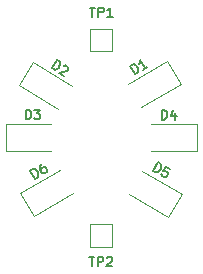
<source format=gbr>
%TF.GenerationSoftware,KiCad,Pcbnew,(7.0.0)*%
%TF.CreationDate,2023-08-06T15:33:45+09:30*%
%TF.ProjectId,ring_mono,72696e67-5f6d-46f6-9e6f-2e6b69636164,rev?*%
%TF.SameCoordinates,Original*%
%TF.FileFunction,Legend,Top*%
%TF.FilePolarity,Positive*%
%FSLAX46Y46*%
G04 Gerber Fmt 4.6, Leading zero omitted, Abs format (unit mm)*
G04 Created by KiCad (PCBNEW (7.0.0)) date 2023-08-06 15:33:45*
%MOMM*%
%LPD*%
G01*
G04 APERTURE LIST*
%ADD10C,0.200000*%
%ADD11C,0.120000*%
G04 APERTURE END LIST*
D10*
%TO.C,TP2*%
X135871076Y-93016704D02*
X136328219Y-93016704D01*
X136099647Y-93816704D02*
X136099647Y-93016704D01*
X136594886Y-93816704D02*
X136594886Y-93016704D01*
X136594886Y-93016704D02*
X136899648Y-93016704D01*
X136899648Y-93016704D02*
X136975838Y-93054800D01*
X136975838Y-93054800D02*
X137013933Y-93092895D01*
X137013933Y-93092895D02*
X137052029Y-93169085D01*
X137052029Y-93169085D02*
X137052029Y-93283371D01*
X137052029Y-93283371D02*
X137013933Y-93359561D01*
X137013933Y-93359561D02*
X136975838Y-93397657D01*
X136975838Y-93397657D02*
X136899648Y-93435752D01*
X136899648Y-93435752D02*
X136594886Y-93435752D01*
X137356790Y-93092895D02*
X137394886Y-93054800D01*
X137394886Y-93054800D02*
X137471076Y-93016704D01*
X137471076Y-93016704D02*
X137661552Y-93016704D01*
X137661552Y-93016704D02*
X137737743Y-93054800D01*
X137737743Y-93054800D02*
X137775838Y-93092895D01*
X137775838Y-93092895D02*
X137813933Y-93169085D01*
X137813933Y-93169085D02*
X137813933Y-93245276D01*
X137813933Y-93245276D02*
X137775838Y-93359561D01*
X137775838Y-93359561D02*
X137318695Y-93816704D01*
X137318695Y-93816704D02*
X137813933Y-93816704D01*
%TO.C,TP1*%
X135921876Y-71909304D02*
X136379019Y-71909304D01*
X136150447Y-72709304D02*
X136150447Y-71909304D01*
X136645686Y-72709304D02*
X136645686Y-71909304D01*
X136645686Y-71909304D02*
X136950448Y-71909304D01*
X136950448Y-71909304D02*
X137026638Y-71947400D01*
X137026638Y-71947400D02*
X137064733Y-71985495D01*
X137064733Y-71985495D02*
X137102829Y-72061685D01*
X137102829Y-72061685D02*
X137102829Y-72175971D01*
X137102829Y-72175971D02*
X137064733Y-72252161D01*
X137064733Y-72252161D02*
X137026638Y-72290257D01*
X137026638Y-72290257D02*
X136950448Y-72328352D01*
X136950448Y-72328352D02*
X136645686Y-72328352D01*
X137864733Y-72709304D02*
X137407590Y-72709304D01*
X137636162Y-72709304D02*
X137636162Y-71909304D01*
X137636162Y-71909304D02*
X137559971Y-72023590D01*
X137559971Y-72023590D02*
X137483781Y-72099780D01*
X137483781Y-72099780D02*
X137407590Y-72137876D01*
%TO.C,D6*%
X131313585Y-86400400D02*
X130913585Y-85707580D01*
X130913585Y-85707580D02*
X131078542Y-85612342D01*
X131078542Y-85612342D02*
X131196564Y-85588191D01*
X131196564Y-85588191D02*
X131300642Y-85616078D01*
X131300642Y-85616078D02*
X131371729Y-85663013D01*
X131371729Y-85663013D02*
X131480911Y-85775932D01*
X131480911Y-85775932D02*
X131538054Y-85874906D01*
X131538054Y-85874906D02*
X131581253Y-86025919D01*
X131581253Y-86025919D02*
X131586356Y-86110950D01*
X131586356Y-86110950D02*
X131558469Y-86215028D01*
X131558469Y-86215028D02*
X131478542Y-86305162D01*
X131478542Y-86305162D02*
X131313585Y-86400400D01*
X131903328Y-85136152D02*
X131771362Y-85212342D01*
X131771362Y-85212342D02*
X131724427Y-85283429D01*
X131724427Y-85283429D02*
X131710483Y-85335468D01*
X131710483Y-85335468D02*
X131701643Y-85472537D01*
X131701643Y-85472537D02*
X131744842Y-85623551D01*
X131744842Y-85623551D02*
X131897223Y-85887482D01*
X131897223Y-85887482D02*
X131968310Y-85934418D01*
X131968310Y-85934418D02*
X132020349Y-85948361D01*
X132020349Y-85948361D02*
X132105379Y-85943258D01*
X132105379Y-85943258D02*
X132237345Y-85867067D01*
X132237345Y-85867067D02*
X132284281Y-85795980D01*
X132284281Y-85795980D02*
X132298224Y-85743941D01*
X132298224Y-85743941D02*
X132293121Y-85658911D01*
X132293121Y-85658911D02*
X132197882Y-85493954D01*
X132197882Y-85493954D02*
X132126796Y-85447018D01*
X132126796Y-85447018D02*
X132074757Y-85433074D01*
X132074757Y-85433074D02*
X131989726Y-85438178D01*
X131989726Y-85438178D02*
X131857760Y-85514369D01*
X131857760Y-85514369D02*
X131810825Y-85585455D01*
X131810825Y-85585455D02*
X131796881Y-85637495D01*
X131796881Y-85637495D02*
X131801985Y-85722525D01*
%TO.C,D5*%
X141302280Y-85709691D02*
X141702280Y-85016870D01*
X141702280Y-85016870D02*
X141867237Y-85112108D01*
X141867237Y-85112108D02*
X141947164Y-85202243D01*
X141947164Y-85202243D02*
X141975052Y-85306321D01*
X141975052Y-85306321D02*
X141969948Y-85391351D01*
X141969948Y-85391351D02*
X141926749Y-85542365D01*
X141926749Y-85542365D02*
X141869606Y-85641339D01*
X141869606Y-85641339D02*
X141760424Y-85754257D01*
X141760424Y-85754257D02*
X141689337Y-85801192D01*
X141689337Y-85801192D02*
X141585259Y-85829080D01*
X141585259Y-85829080D02*
X141467237Y-85804929D01*
X141467237Y-85804929D02*
X141302280Y-85709691D01*
X142725015Y-85607346D02*
X142395100Y-85416870D01*
X142395100Y-85416870D02*
X142171633Y-85727737D01*
X142171633Y-85727737D02*
X142223672Y-85713793D01*
X142223672Y-85713793D02*
X142308702Y-85718897D01*
X142308702Y-85718897D02*
X142473660Y-85814135D01*
X142473660Y-85814135D02*
X142520595Y-85885222D01*
X142520595Y-85885222D02*
X142534539Y-85937261D01*
X142534539Y-85937261D02*
X142529435Y-86022291D01*
X142529435Y-86022291D02*
X142434197Y-86187249D01*
X142434197Y-86187249D02*
X142363110Y-86234184D01*
X142363110Y-86234184D02*
X142311071Y-86248128D01*
X142311071Y-86248128D02*
X142226040Y-86243024D01*
X142226040Y-86243024D02*
X142061083Y-86147786D01*
X142061083Y-86147786D02*
X142014148Y-86076699D01*
X142014148Y-86076699D02*
X142000204Y-86024660D01*
%TO.C,D4*%
X142030524Y-81396104D02*
X142030524Y-80596104D01*
X142030524Y-80596104D02*
X142221000Y-80596104D01*
X142221000Y-80596104D02*
X142335286Y-80634200D01*
X142335286Y-80634200D02*
X142411476Y-80710390D01*
X142411476Y-80710390D02*
X142449571Y-80786580D01*
X142449571Y-80786580D02*
X142487667Y-80938961D01*
X142487667Y-80938961D02*
X142487667Y-81053247D01*
X142487667Y-81053247D02*
X142449571Y-81205628D01*
X142449571Y-81205628D02*
X142411476Y-81281819D01*
X142411476Y-81281819D02*
X142335286Y-81358009D01*
X142335286Y-81358009D02*
X142221000Y-81396104D01*
X142221000Y-81396104D02*
X142030524Y-81396104D01*
X143173381Y-80862771D02*
X143173381Y-81396104D01*
X142982905Y-80558009D02*
X142792428Y-81129438D01*
X142792428Y-81129438D02*
X143287667Y-81129438D01*
%TO.C,D3*%
X130498924Y-81354104D02*
X130498924Y-80554104D01*
X130498924Y-80554104D02*
X130689400Y-80554104D01*
X130689400Y-80554104D02*
X130803686Y-80592200D01*
X130803686Y-80592200D02*
X130879876Y-80668390D01*
X130879876Y-80668390D02*
X130917971Y-80744580D01*
X130917971Y-80744580D02*
X130956067Y-80896961D01*
X130956067Y-80896961D02*
X130956067Y-81011247D01*
X130956067Y-81011247D02*
X130917971Y-81163628D01*
X130917971Y-81163628D02*
X130879876Y-81239819D01*
X130879876Y-81239819D02*
X130803686Y-81316009D01*
X130803686Y-81316009D02*
X130689400Y-81354104D01*
X130689400Y-81354104D02*
X130498924Y-81354104D01*
X131222733Y-80554104D02*
X131717971Y-80554104D01*
X131717971Y-80554104D02*
X131451305Y-80858866D01*
X131451305Y-80858866D02*
X131565590Y-80858866D01*
X131565590Y-80858866D02*
X131641781Y-80896961D01*
X131641781Y-80896961D02*
X131679876Y-80935057D01*
X131679876Y-80935057D02*
X131717971Y-81011247D01*
X131717971Y-81011247D02*
X131717971Y-81201723D01*
X131717971Y-81201723D02*
X131679876Y-81277914D01*
X131679876Y-81277914D02*
X131641781Y-81316009D01*
X131641781Y-81316009D02*
X131565590Y-81354104D01*
X131565590Y-81354104D02*
X131337019Y-81354104D01*
X131337019Y-81354104D02*
X131260828Y-81316009D01*
X131260828Y-81316009D02*
X131222733Y-81277914D01*
%TO.C,D2*%
X132740860Y-77051564D02*
X133152890Y-76365830D01*
X133152890Y-76365830D02*
X133316160Y-76463932D01*
X133316160Y-76463932D02*
X133394502Y-76555448D01*
X133394502Y-76555448D02*
X133420569Y-76659997D01*
X133420569Y-76659997D02*
X133413982Y-76744925D01*
X133413982Y-76744925D02*
X133368154Y-76895162D01*
X133368154Y-76895162D02*
X133309292Y-76993124D01*
X133309292Y-76993124D02*
X133198156Y-77104119D01*
X133198156Y-77104119D02*
X133126261Y-77149807D01*
X133126261Y-77149807D02*
X133021712Y-77175874D01*
X133021712Y-77175874D02*
X132904130Y-77149666D01*
X132904130Y-77149666D02*
X132740860Y-77051564D01*
X133766729Y-76823548D02*
X133819004Y-76810514D01*
X133819004Y-76810514D02*
X133903932Y-76817101D01*
X133903932Y-76817101D02*
X134067202Y-76915204D01*
X134067202Y-76915204D02*
X134112890Y-76987099D01*
X134112890Y-76987099D02*
X134125923Y-77039373D01*
X134125923Y-77039373D02*
X134119336Y-77124302D01*
X134119336Y-77124302D02*
X134080095Y-77189610D01*
X134080095Y-77189610D02*
X133988580Y-77267951D01*
X133988580Y-77267951D02*
X133361286Y-77424353D01*
X133361286Y-77424353D02*
X133785788Y-77679419D01*
%TO.C,D1*%
X139767385Y-77537166D02*
X139367385Y-76844346D01*
X139367385Y-76844346D02*
X139532342Y-76749108D01*
X139532342Y-76749108D02*
X139650364Y-76724957D01*
X139650364Y-76724957D02*
X139754442Y-76752844D01*
X139754442Y-76752844D02*
X139825529Y-76799779D01*
X139825529Y-76799779D02*
X139934711Y-76912698D01*
X139934711Y-76912698D02*
X139991854Y-77011672D01*
X139991854Y-77011672D02*
X140035053Y-77162685D01*
X140035053Y-77162685D02*
X140040156Y-77247716D01*
X140040156Y-77247716D02*
X140012269Y-77351794D01*
X140012269Y-77351794D02*
X139932342Y-77441928D01*
X139932342Y-77441928D02*
X139767385Y-77537166D01*
X140823111Y-76927643D02*
X140427214Y-77156214D01*
X140625162Y-77041928D02*
X140225162Y-76349108D01*
X140225162Y-76349108D02*
X140216322Y-76486178D01*
X140216322Y-76486178D02*
X140188435Y-76590256D01*
X140188435Y-76590256D02*
X140141499Y-76661342D01*
D11*
%TO.C,TP2*%
X135930600Y-92161400D02*
X135930600Y-90261400D01*
X135930600Y-90261400D02*
X137830600Y-90261400D01*
X137830600Y-90261400D02*
X137830600Y-92161400D01*
X137830600Y-92161400D02*
X135930600Y-92161400D01*
%TO.C,TP1*%
X135930600Y-73700600D02*
X137830600Y-73700600D01*
X135930600Y-75600600D02*
X135930600Y-73700600D01*
X137830600Y-75600600D02*
X135930600Y-75600600D01*
X137830600Y-73700600D02*
X137830600Y-75600600D01*
%TO.C,D6*%
X130041632Y-87586361D02*
X131176632Y-89552239D01*
X133406141Y-85643861D02*
X130041632Y-87586361D01*
X131176632Y-89552239D02*
X134541141Y-87609739D01*
%TO.C,D5*%
X142584568Y-89653839D02*
X143719568Y-87687961D01*
X139220059Y-87711339D02*
X142584568Y-89653839D01*
X143719568Y-87687961D02*
X140355059Y-85745461D01*
%TO.C,D4*%
X145033000Y-81796000D02*
X141148000Y-81796000D01*
X141148000Y-84066000D02*
X145033000Y-84066000D01*
X145033000Y-84066000D02*
X145033000Y-81796000D01*
%TO.C,D3*%
X128804400Y-81745200D02*
X128804400Y-84015200D01*
X132689400Y-81745200D02*
X128804400Y-81745200D01*
X128804400Y-84015200D02*
X132689400Y-84015200D01*
%TO.C,D2*%
X129917805Y-78459823D02*
X133247899Y-80460746D01*
X134417036Y-78514976D02*
X131086941Y-76514053D01*
X131086941Y-76514053D02*
X129917805Y-78459823D01*
%TO.C,D1*%
X142508368Y-76436761D02*
X139143859Y-78379261D01*
X140278859Y-80345139D02*
X143643368Y-78402639D01*
X143643368Y-78402639D02*
X142508368Y-76436761D01*
%TD*%
M02*

</source>
